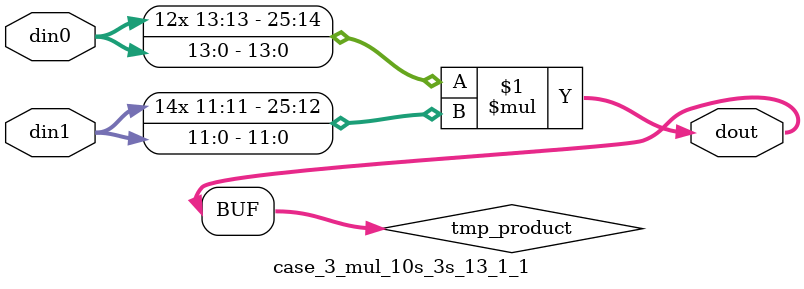
<source format=v>

`timescale 1 ns / 1 ps

 (* use_dsp = "no" *)  module case_3_mul_10s_3s_13_1_1(din0, din1, dout);
parameter ID = 1;
parameter NUM_STAGE = 0;
parameter din0_WIDTH = 14;
parameter din1_WIDTH = 12;
parameter dout_WIDTH = 26;

input [din0_WIDTH - 1 : 0] din0; 
input [din1_WIDTH - 1 : 0] din1; 
output [dout_WIDTH - 1 : 0] dout;

wire signed [dout_WIDTH - 1 : 0] tmp_product;



























assign tmp_product = $signed(din0) * $signed(din1);








assign dout = tmp_product;





















endmodule

</source>
